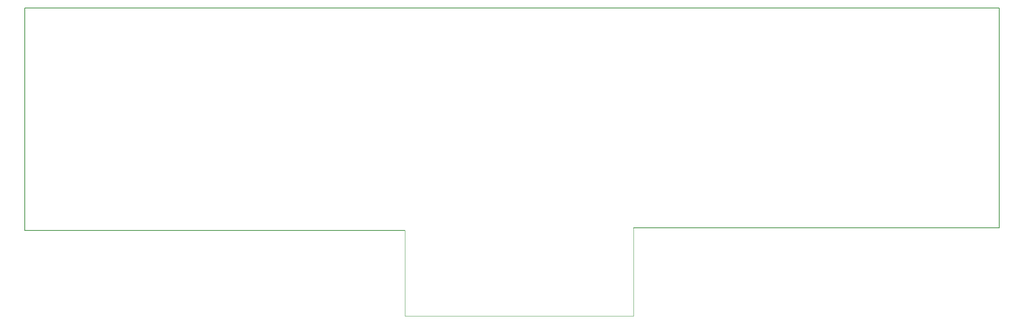
<source format=gbr>
%TF.GenerationSoftware,KiCad,Pcbnew,(5.0.1)-4*%
%TF.CreationDate,2021-03-16T16:24:39+01:00*%
%TF.ProjectId,carte_alim_signauxv2,63617274655F616C696D5F7369676E61,rev?*%
%TF.SameCoordinates,Original*%
%TF.FileFunction,Profile,NP*%
%FSLAX46Y46*%
G04 Gerber Fmt 4.6, Leading zero omitted, Abs format (unit mm)*
G04 Created by KiCad (PCBNEW (5.0.1)-4) date 16/03/2021 16:24:39*
%MOMM*%
%LPD*%
G01*
G04 APERTURE LIST*
%ADD10C,0.200000*%
%ADD11C,0.050000*%
G04 APERTURE END LIST*
D10*
X273050000Y-95250000D02*
X191770000Y-95250000D01*
X273050000Y-46355000D02*
X273050000Y-95250000D01*
X56515000Y-46355000D02*
X273050000Y-46355000D01*
X56515000Y-95885000D02*
X56515000Y-46355000D01*
X140970000Y-95885000D02*
X56515000Y-95885000D01*
D11*
X191770000Y-95250000D02*
X191770000Y-114935000D01*
X191770000Y-114935000D02*
X140970000Y-114935000D01*
X140970000Y-114935000D02*
X140970000Y-95885000D01*
M02*

</source>
